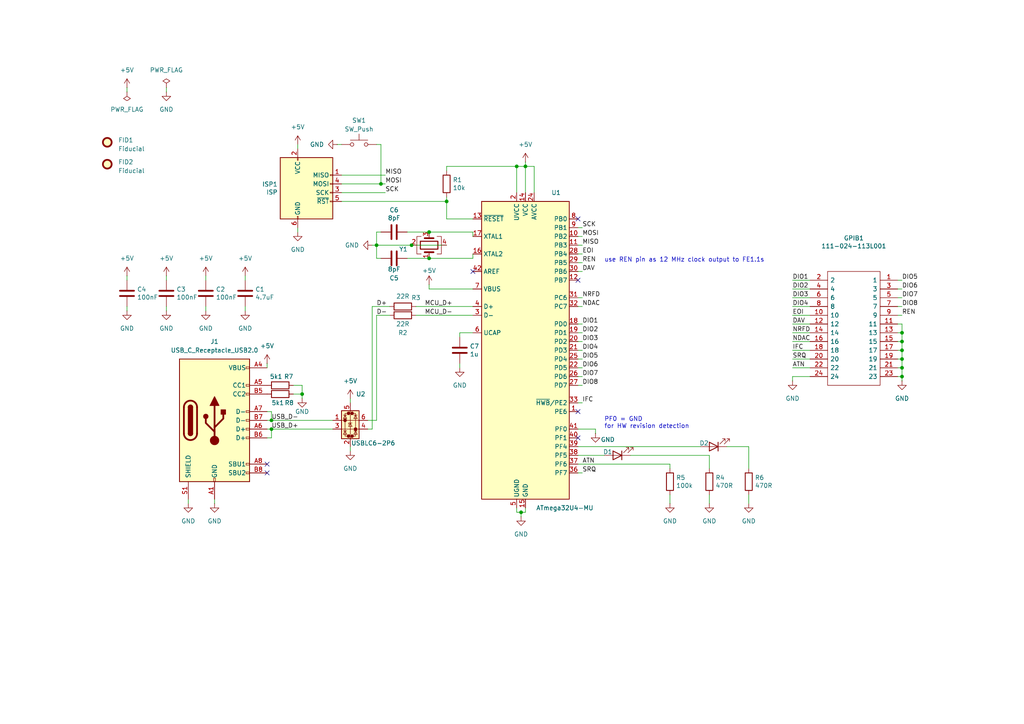
<source format=kicad_sch>
(kicad_sch (version 20250114) (generator "eeschema") (generator_version "9.0")
  (paper "A4")
  (title_block (title "UsbGpib") (date "2025-05-09") (rev "2.1") (company "xyphro"))
  (lib_symbols
    (symbol "+5V_1" (power) (pin_numbers (hide yes)) (pin_names (offset 0) (hide yes))
      (property "Value" "+5V" (at 0 3.556 0))
      (symbol "+5V_1_0_1"
        (polyline (pts (xy -0.762 1.27) (xy 0 2.54)))
        (polyline (pts (xy 0 2.54) (xy 0.762 1.27)))
        (polyline (pts (xy 0 0) (xy 0 2.54)))
      )
      (symbol "+5V_1_1_1"
        (pin power_in line (at 0 0 90) (length 0) (name "~") (number "1"))
      )
    )
    (symbol "Connector:AVR-ISP-6" (pin_names (offset 1.016))
      (property "Reference" "J" (at -6.35 11.43 0))
      (property "Value" "AVR-ISP-6" (at 0 11.43 0))
      (symbol "AVR-ISP-6_0_1"
        (rectangle (start -2.667 10.16) (end -2.413 9.398))
        (rectangle (start -2.667 -6.858) (end -2.413 -7.62))
        (rectangle (start 7.62 10.16) (end -7.62 -7.62) (stroke (width 0.254)) (fill (type background)))
        (rectangle (start 7.62 5.207) (end 6.858 4.953))
        (rectangle (start 7.62 2.667) (end 6.858 2.413))
        (rectangle (start 7.62 0.127) (end 6.858 -0.127))
        (rectangle (start 7.62 -2.413) (end 6.858 -2.667))
      )
      (symbol "AVR-ISP-6_1_1"
        (pin passive line (at -2.54 12.7 270) (length 2.54) (name "VCC") (number "2"))
        (pin passive line (at -2.54 -10.16 90) (length 2.54) (name "GND") (number "6"))
        (pin passive line (at 10.16 5.08 180) (length 2.54) (name "MISO") (number "1"))
        (pin passive line (at 10.16 2.54 180) (length 2.54) (name "MOSI") (number "4"))
        (pin passive line (at 10.16 0 180) (length 2.54) (name "SCK") (number "3"))
        (pin passive line (at 10.16 -2.54 180) (length 2.54) (name "~{RST}") (number "5"))
      )
    )
    (symbol "Connector:USB_C_Receptacle_USB2.0_16P" (pin_names (offset 1.016))
      (property "Reference" "J" (at 0 22.225 0))
      (property "Value" "USB_C_Receptacle_USB2.0_16P" (at 0 19.685 0))
      (symbol "USB_C_Receptacle_USB2.0_16P_0_0"
        (rectangle (start -0.254 -17.78) (end 0.254 -16.764))
        (rectangle (start 10.16 15.494) (end 9.144 14.986))
        (rectangle (start 10.16 10.414) (end 9.144 9.906))
        (rectangle (start 10.16 7.874) (end 9.144 7.366))
        (rectangle (start 10.16 2.794) (end 9.144 2.286))
        (rectangle (start 10.16 0.254) (end 9.144 -0.254))
        (rectangle (start 10.16 -2.286) (end 9.144 -2.794))
        (rectangle (start 10.16 -4.826) (end 9.144 -5.334))
        (rectangle (start 10.16 -12.446) (end 9.144 -12.954))
        (rectangle (start 10.16 -14.986) (end 9.144 -15.494))
      )
      (symbol "USB_C_Receptacle_USB2.0_16P_0_1"
        (rectangle (start -10.16 17.78) (end 10.16 -17.78) (stroke (width 0.254)) (fill (type background)))
        (polyline (pts (xy -8.89 -3.81) (xy -8.89 3.81)) (stroke (width 0.508)))
        (rectangle (start -7.62 -3.81) (end -6.35 3.81) (stroke (width 0.254)) (fill (type outline)))
        (arc (start -7.62 3.81) (mid -6.985 4.4423) (end -6.35 3.81) (stroke (width 0.254)))
        (arc (start -7.62 3.81) (mid -6.985 4.4423) (end -6.35 3.81) (stroke (width 0.254)) (fill (type outline)))
        (arc (start -8.89 3.81) (mid -6.985 5.7067) (end -5.08 3.81) (stroke (width 0.508)))
        (arc (start -5.08 -3.81) (mid -6.985 -5.7067) (end -8.89 -3.81) (stroke (width 0.508)))
        (arc (start -6.35 -3.81) (mid -6.985 -4.4423) (end -7.62 -3.81) (stroke (width 0.254)))
        (arc (start -6.35 -3.81) (mid -6.985 -4.4423) (end -7.62 -3.81) (stroke (width 0.254)) (fill (type outline)))
        (polyline (pts (xy -5.08 3.81) (xy -5.08 -3.81)) (stroke (width 0.508)))
        (circle (center -2.54 1.143) (radius 0.635) (stroke (width 0.254)) (fill (type outline)))
        (polyline (pts (xy -1.27 4.318) (xy 0 6.858) (xy 1.27 4.318) (xy -1.27 4.318)) (stroke (width 0.254)) (fill (type outline)))
        (polyline (pts (xy 0 -2.032) (xy 2.54 0.508) (xy 2.54 1.778)) (stroke (width 0.508)))
        (polyline (pts (xy 0 -3.302) (xy -2.54 -0.762) (xy -2.54 0.508)) (stroke (width 0.508)))
        (polyline (pts (xy 0 -5.842) (xy 0 4.318)) (stroke (width 0.508)))
        (circle (center 0 -5.842) (radius 1.27) (fill (type outline)))
        (rectangle (start 1.905 1.778) (end 3.175 3.048) (stroke (width 0.254)) (fill (type outline)))
      )
      (symbol "USB_C_Receptacle_USB2.0_16P_1_1"
        (pin passive line (at -7.62 -22.86 90) (length 5.08) (name "SHIELD") (number "S1"))
        (pin passive line (at 0 -22.86 90) (length 5.08) (name "GND") (number "A1"))
        (pin passive line (at 0 -22.86 90) (length 5.08) (hide yes) (name "GND") (number "A12"))
        (pin passive line (at 0 -22.86 90) (length 5.08) (hide yes) (name "GND") (number "B1"))
        (pin passive line (at 0 -22.86 90) (length 5.08) (hide yes) (name "GND") (number "B12"))
        (pin passive line (at 15.24 15.24 180) (length 5.08) (name "VBUS") (number "A4"))
        (pin passive line (at 15.24 15.24 180) (length 5.08) (hide yes) (name "VBUS") (number "A9"))
        (pin passive line (at 15.24 15.24 180) (length 5.08) (hide yes) (name "VBUS") (number "B4"))
        (pin passive line (at 15.24 15.24 180) (length 5.08) (hide yes) (name "VBUS") (number "B9"))
        (pin bidirectional line (at 15.24 10.16 180) (length 5.08) (name "CC1") (number "A5"))
        (pin bidirectional line (at 15.24 7.62 180) (length 5.08) (name "CC2") (number "B5"))
        (pin bidirectional line (at 15.24 2.54 180) (length 5.08) (name "D-") (number "A7"))
        (pin bidirectional line (at 15.24 0 180) (length 5.08) (name "D-") (number "B7"))
        (pin bidirectional line (at 15.24 -2.54 180) (length 5.08) (name "D+") (number "A6"))
        (pin bidirectional line (at 15.24 -5.08 180) (length 5.08) (name "D+") (number "B6"))
        (pin bidirectional line (at 15.24 -12.7 180) (length 5.08) (name "SBU1") (number "A8"))
        (pin bidirectional line (at 15.24 -15.24 180) (length 5.08) (name "SBU2") (number "B8"))
      )
    )
    (symbol "Device:C" (pin_numbers (hide yes)) (pin_names (offset 0.254))
      (property "Reference" "C" (at 0.635 2.54 0))
      (property "Value" "C" (at 0.635 -2.54 0))
      (symbol "C_0_1"
        (polyline (pts (xy -2.032 0.762) (xy 2.032 0.762)) (stroke (width 0.508)))
        (polyline (pts (xy -2.032 -0.762) (xy 2.032 -0.762)) (stroke (width 0.508)))
      )
      (symbol "C_1_1"
        (pin passive line (at 0 3.81 270) (length 2.794) (name "~") (number "1"))
        (pin passive line (at 0 -3.81 90) (length 2.794) (name "~") (number "2"))
      )
    )
    (symbol "Device:Crystal_GND24" (pin_names (offset 1.016) (hide yes))
      (property "Reference" "Y" (at 3.175 5.08 0))
      (property "Value" "Crystal_GND24" (at 3.175 3.175 0))
      (symbol "Crystal_GND24_0_1"
        (polyline (pts (xy -2.54 2.286) (xy -2.54 3.556) (xy 2.54 3.556) (xy 2.54 2.286)))
        (polyline (pts (xy -2.54 0) (xy -2.032 0)))
        (polyline (pts (xy -2.54 -2.286) (xy -2.54 -3.556) (xy 2.54 -3.556) (xy 2.54 -2.286)))
        (polyline (pts (xy -2.032 -1.27) (xy -2.032 1.27)) (stroke (width 0.508)))
        (rectangle (start -1.143 2.54) (end 1.143 -2.54) (stroke (width 0.3048)))
        (polyline (pts (xy 0 3.556) (xy 0 3.81)))
        (polyline (pts (xy 0 -3.81) (xy 0 -3.556)))
        (polyline (pts (xy 2.032 0) (xy 2.54 0)))
        (polyline (pts (xy 2.032 -1.27) (xy 2.032 1.27)) (stroke (width 0.508)))
      )
      (symbol "Crystal_GND24_1_1"
        (pin passive line (at -3.81 0 0) (length 1.27) (name "1") (number "1"))
        (pin passive line (at 0 5.08 270) (length 1.27) (name "2") (number "2"))
        (pin passive line (at 0 -5.08 90) (length 1.27) (name "4") (number "4"))
        (pin passive line (at 3.81 0 180) (length 1.27) (name "3") (number "3"))
      )
    )
    (symbol "Device:LED" (pin_numbers (hide yes)) (pin_names (offset 1.016) (hide yes))
      (property "Reference" "D" (at 0 2.54 0))
      (property "Value" "LED" (at 0 -2.54 0))
      (symbol "LED_0_1"
        (polyline (pts (xy -3.048 -0.762) (xy -4.572 -2.286) (xy -3.81 -2.286) (xy -4.572 -2.286) (xy -4.572 -1.524)))
        (polyline (pts (xy -1.778 -0.762) (xy -3.302 -2.286) (xy -2.54 -2.286) (xy -3.302 -2.286) (xy -3.302 -1.524)))
        (polyline (pts (xy -1.27 0) (xy 1.27 0)))
        (polyline (pts (xy -1.27 -1.27) (xy -1.27 1.27)) (stroke (width 0.254)))
        (polyline (pts (xy 1.27 -1.27) (xy 1.27 1.27) (xy -1.27 0) (xy 1.27 -1.27)) (stroke (width 0.254)))
      )
      (symbol "LED_1_1"
        (pin passive line (at -3.81 0 0) (length 2.54) (name "K") (number "1"))
        (pin passive line (at 3.81 0 180) (length 2.54) (name "A") (number "2"))
      )
    )
    (symbol "Device:R" (pin_numbers (hide yes)) (pin_names (offset 0))
      (property "Reference" "R" (at 2.032 0 90))
      (property "Value" "R" (at 0 0 90))
      (symbol "R_0_1"
        (rectangle (start -1.016 -2.54) (end 1.016 2.54) (stroke (width 0.254)))
      )
      (symbol "R_1_1"
        (pin passive line (at 0 3.81 270) (length 1.27) (name "~") (number "1"))
        (pin passive line (at 0 -3.81 90) (length 1.27) (name "~") (number "2"))
      )
    )
    (symbol "GND_17" (power) (pin_numbers (hide yes)) (pin_names (offset 0) (hide yes))
      (property "Value" "GND" (at 0 -3.81 0))
      (symbol "GND_17_0_1"
        (polyline (pts (xy 0 0) (xy 0 -1.27) (xy 1.27 -1.27) (xy 0 -2.54) (xy -1.27 -1.27) (xy 0 -1.27)))
      )
      (symbol "GND_17_1_1"
        (pin power_in line (at 0 0 270) (length 0) (name "~") (number "1"))
      )
    )
    (symbol "LED_1" (pin_numbers (hide yes)) (pin_names (offset 1.016) (hide yes))
      (property "Reference" "D" (at 0 2.54 0))
      (property "Value" "LED" (at 0 -2.54 0))
      (symbol "LED_1_0_1"
        (polyline (pts (xy -3.048 -0.762) (xy -4.572 -2.286) (xy -3.81 -2.286) (xy -4.572 -2.286) (xy -4.572 -1.524)))
        (polyline (pts (xy -1.778 -0.762) (xy -3.302 -2.286) (xy -2.54 -2.286) (xy -3.302 -2.286) (xy -3.302 -1.524)))
        (polyline (pts (xy -1.27 0) (xy 1.27 0)))
        (polyline (pts (xy -1.27 -1.27) (xy -1.27 1.27)) (stroke (width 0.254)))
        (polyline (pts (xy 1.27 -1.27) (xy 1.27 1.27) (xy -1.27 0) (xy 1.27 -1.27)) (stroke (width 0.254)))
      )
      (symbol "LED_1_1_1"
        (pin passive line (at -3.81 0 0) (length 2.54) (name "K") (number "1"))
        (pin passive line (at 3.81 0 180) (length 2.54) (name "A") (number "2"))
      )
    )
    (symbol "MCU_Microchip_ATmega:ATmega32U4-M"
      (property "Reference" "U" (at -12.7 44.45 0))
      (property "Value" "ATmega32U4-M" (at 2.54 -44.45 0))
      (symbol "ATmega32U4-M_0_1"
        (rectangle (start -12.7 -43.18) (end 12.7 43.18) (stroke (width 0.254)) (fill (type background)))
      )
      (symbol "ATmega32U4-M_1_1"
        (pin input line (at -15.24 38.1 0) (length 2.54) (name "~{RESET}") (number "13"))
        (pin input line (at -15.24 33.02 0) (length 2.54) (name "XTAL1") (number "17"))
        (pin output line (at -15.24 27.94 0) (length 2.54) (name "XTAL2") (number "16"))
        (pin passive line (at -15.24 22.86 0) (length 2.54) (name "AREF") (number "42"))
        (pin input line (at -15.24 17.78 0) (length 2.54) (name "VBUS") (number "7"))
        (pin bidirectional line (at -15.24 12.7 0) (length 2.54) (name "D+") (number "4"))
        (pin bidirectional line (at -15.24 10.16 0) (length 2.54) (name "D-") (number "3"))
        (pin passive line (at -15.24 5.08 0) (length 2.54) (name "UCAP") (number "6"))
        (pin power_in line (at -2.54 45.72 270) (length 2.54) (name "UVCC") (number "2"))
        (pin passive line (at -2.54 -45.72 90) (length 2.54) (name "UGND") (number "5"))
        (pin power_in line (at 0 45.72 270) (length 2.54) (name "VCC") (number "14"))
        (pin passive line (at 0 45.72 270) (length 2.54) (hide yes) (name "VCC") (number "34"))
        (pin power_in line (at 0 -45.72 90) (length 2.54) (name "GND") (number "15"))
        (pin passive line (at 0 -45.72 90) (length 2.54) (hide yes) (name "GND") (number "23"))
        (pin passive line (at 0 -45.72 90) (length 2.54) (hide yes) (name "GND") (number "35"))
        (pin passive line (at 0 -45.72 90) (length 2.54) (hide yes) (name "GND") (number "43"))
        (pin passive line (at 0 -45.72 90) (length 2.54) (hide yes) (name "GND") (number "45"))
        (pin power_in line (at 2.54 45.72 270) (length 2.54) (name "AVCC") (number "24"))
        (pin passive line (at 2.54 45.72 270) (length 2.54) (hide yes) (name "AVCC") (number "44"))
        (pin bidirectional line (at 15.24 38.1 180) (length 2.54) (name "PB0") (number "8"))
        (pin bidirectional line (at 15.24 35.56 180) (length 2.54) (name "PB1") (number "9"))
        (pin bidirectional line (at 15.24 33.02 180) (length 2.54) (name "PB2") (number "10"))
        (pin bidirectional line (at 15.24 30.48 180) (length 2.54) (name "PB3") (number "11"))
        (pin bidirectional line (at 15.24 27.94 180) (length 2.54) (name "PB4") (number "28"))
        (pin bidirectional line (at 15.24 25.4 180) (length 2.54) (name "PB5") (number "29"))
        (pin bidirectional line (at 15.24 22.86 180) (length 2.54) (name "PB6") (number "30"))
        (pin bidirectional line (at 15.24 20.32 180) (length 2.54) (name "PB7") (number "12"))
        (pin bidirectional line (at 15.24 15.24 180) (length 2.54) (name "PC6") (number "31"))
        (pin bidirectional line (at 15.24 12.7 180) (length 2.54) (name "PC7") (number "32"))
        (pin bidirectional line (at 15.24 7.62 180) (length 2.54) (name "PD0") (number "18"))
        (pin bidirectional line (at 15.24 5.08 180) (length 2.54) (name "PD1") (number "19"))
        (pin bidirectional line (at 15.24 2.54 180) (length 2.54) (name "PD2") (number "20"))
        (pin bidirectional line (at 15.24 0 180) (length 2.54) (name "PD3") (number "21"))
        (pin bidirectional line (at 15.24 -2.54 180) (length 2.54) (name "PD4") (number "25"))
        (pin bidirectional line (at 15.24 -5.08 180) (length 2.54) (name "PD5") (number "22"))
        (pin bidirectional line (at 15.24 -7.62 180) (length 2.54) (name "PD6") (number "26"))
        (pin bidirectional line (at 15.24 -10.16 180) (length 2.54) (name "PD7") (number "27"))
        (pin bidirectional line (at 15.24 -15.24 180) (length 2.54) (name "~{HWB}/PE2") (number "33"))
        (pin bidirectional line (at 15.24 -17.78 180) (length 2.54) (name "PE6") (number "1"))
        (pin bidirectional line (at 15.24 -22.86 180) (length 2.54) (name "PF0") (number "41"))
        (pin bidirectional line (at 15.24 -25.4 180) (length 2.54) (name "PF1") (number "40"))
        (pin bidirectional line (at 15.24 -27.94 180) (length 2.54) (name "PF4") (number "39"))
        (pin bidirectional line (at 15.24 -30.48 180) (length 2.54) (name "PF5") (number "38"))
        (pin bidirectional line (at 15.24 -33.02 180) (length 2.54) (name "PF6") (number "37"))
        (pin bidirectional line (at 15.24 -35.56 180) (length 2.54) (name "PF7") (number "36"))
      )
    )
    (symbol "Mechanical:Fiducial"
      (property "Reference" "FID" (at 0 5.08 0))
      (property "Value" "Fiducial" (at 0 3.175 0))
      (symbol "Fiducial_0_1"
        (circle (center 0 0) (radius 1.27) (stroke (width 0.508)) (fill (type background)))
      )
    )
    (symbol "Power_Protection:USBLC6-2P6" (pin_names (hide yes))
      (property "Reference" "U" (at 0.635 5.715 0))
      (property "Value" "USBLC6-2P6" (at 0.635 3.81 0))
      (symbol "USBLC6-2P6_0_0"
        (circle (center -1.524 0) (radius 0.0001) (stroke (width 0.508)))
        (circle (center -0.508 2.032) (radius 0.0001) (stroke (width 0.508)))
        (circle (center -0.508 -4.572) (radius 0.0001) (stroke (width 0.508)))
        (circle (center 0.508 2.032) (radius 0.0001) (stroke (width 0.508)))
        (circle (center 0.508 -4.572) (radius 0.0001) (stroke (width 0.508)))
        (circle (center 1.524 -2.54) (radius 0.0001) (stroke (width 0.508)))
      )
      (symbol "USBLC6-2P6_0_1"
        (polyline (pts (xy -2.54 0) (xy 2.54 0)))
        (polyline (pts (xy -2.54 -2.54) (xy 2.54 -2.54)))
        (polyline (pts (xy -2.032 0.508) (xy -1.016 0.508) (xy -1.524 1.524) (xy -2.032 0.508)))
        (polyline (pts (xy -2.032 -3.048) (xy -1.016 -3.048)))
        (polyline (pts (xy -1.016 1.524) (xy -2.032 1.524)))
        (polyline (pts (xy -1.016 -4.064) (xy -2.032 -4.064) (xy -1.524 -3.048) (xy -1.016 -4.064)))
        (polyline (pts (xy -0.508 -1.143) (xy -0.508 -0.762) (xy 0.508 -0.762)))
        (polyline (pts (xy 0 2.54) (xy -0.508 2.032) (xy 0.508 2.032) (xy 0 1.524) (xy 0 -4.064) (xy -0.508 -4.572) (xy 0.508 -4.572) (xy 0 -5.08)))
        (polyline (pts (xy 0.508 -1.778) (xy -0.508 -1.778) (xy 0 -0.762) (xy 0.508 -1.778)))
        (polyline (pts (xy 1.016 1.524) (xy 2.032 1.524)))
        (polyline (pts (xy 1.016 -3.048) (xy 2.032 -3.048)))
        (polyline (pts (xy 2.032 0.508) (xy 1.016 0.508) (xy 1.524 1.524) (xy 2.032 0.508)))
        (polyline (pts (xy 2.032 -4.064) (xy 1.016 -4.064) (xy 1.524 -3.048) (xy 2.032 -4.064)))
      )
      (symbol "USBLC6-2P6_1_1"
        (rectangle (start -2.54 2.794) (end 2.54 -5.334) (stroke (width 0.254)) (fill (type background)))
        (polyline (pts (xy -0.508 2.032) (xy -1.524 2.032) (xy -1.524 -4.572) (xy -0.508 -4.572)))
        (polyline (pts (xy 0.508 -4.572) (xy 1.524 -4.572) (xy 1.524 2.032) (xy 0.508 2.032)))
        (pin passive line (at -5.08 0 0) (length 2.54) (name "I/O1") (number "1"))
        (pin passive line (at -5.08 -2.54 0) (length 2.54) (name "I/O2") (number "3"))
        (pin passive line (at 0 5.08 270) (length 2.54) (name "VBUS") (number "5"))
        (pin passive line (at 0 -7.62 90) (length 2.54) (name "GND") (number "2"))
        (pin passive line (at 5.08 0 180) (length 2.54) (name "I/O1") (number "6"))
        (pin passive line (at 5.08 -2.54 180) (length 2.54) (name "I/O2") (number "4"))
      )
    )
    (symbol "Switch:SW_Push" (pin_numbers (hide yes)) (pin_names (offset 1.016) (hide yes))
      (property "Reference" "SW" (at 1.27 2.54 0))
      (property "Value" "SW_Push" (at 0 -1.524 0))
      (symbol "SW_Push_0_1"
        (circle (center -2.032 0) (radius 0.508))
        (polyline (pts (xy 0 1.27) (xy 0 3.048)))
        (circle (center 2.032 0) (radius 0.508))
        (polyline (pts (xy 2.54 1.27) (xy -2.54 1.27)))
        (pin passive line (at -5.08 0 0) (length 2.54) (name "1") (number "1"))
        (pin passive line (at 5.08 0 180) (length 2.54) (name "2") (number "2"))
      )
    )
    (symbol "power:PWR_FLAG" (power) (pin_numbers (hide yes)) (pin_names (offset 0) (hide yes))
      (property "Value" "PWR_FLAG" (at 0 3.81 0))
      (symbol "PWR_FLAG_0_0"
        (pin power_out line (at 0 0 90) (length 0) (name "~") (number "1"))
      )
      (symbol "PWR_FLAG_0_1"
        (polyline (pts (xy 0 0) (xy 0 1.27) (xy -1.016 1.905) (xy 0 2.54) (xy 1.016 1.905) (xy 0 1.27)))
      )
    )
    (symbol "usbgpib-symbols:GPIB" (pin_names (offset 0.762))
      (property "Reference" "GPIB1" (at 0.2286 0 90))
      (symbol "GPIB_0_0"
        (pin passive line (at 7.62 12.7 270) (length 5.08) (name "2") (number "2"))
        (pin passive line (at 7.62 -12.7 90) (length 5.08) (name "1") (number "1"))
        (pin passive line (at 10.16 12.7 270) (length 5.08) (name "4") (number "4"))
        (pin passive line (at 10.16 -12.7 90) (length 5.08) (name "3") (number "3"))
        (pin passive line (at 12.7 12.7 270) (length 5.08) (name "6") (number "6"))
        (pin passive line (at 12.7 -12.7 90) (length 5.08) (name "5") (number "5"))
        (pin passive line (at 15.24 12.7 270) (length 5.08) (name "8") (number "8"))
        (pin passive line (at 15.24 -12.7 90) (length 5.08) (name "7") (number "7"))
        (pin passive line (at 17.78 12.7 270) (length 5.08) (name "10") (number "10"))
        (pin passive line (at 17.78 -12.7 90) (length 5.08) (name "9") (number "9"))
        (pin passive line (at 20.32 12.7 270) (length 5.08) (name "12") (number "12"))
        (pin passive line (at 20.32 -12.7 90) (length 5.08) (name "11") (number "11"))
        (pin passive line (at 22.86 12.7 270) (length 5.08) (name "14") (number "14"))
        (pin passive line (at 22.86 -12.7 90) (length 5.08) (name "13") (number "13"))
        (pin passive line (at 25.4 12.7 270) (length 5.08) (name "16") (number "16"))
        (pin passive line (at 25.4 -12.7 90) (length 5.08) (name "15") (number "15"))
        (pin passive line (at 27.94 12.7 270) (length 5.08) (name "18") (number "18"))
        (pin passive line (at 27.94 -12.7 90) (length 5.08) (name "17") (number "17"))
        (pin passive line (at 30.48 12.7 270) (length 5.08) (name "20") (number "20"))
        (pin passive line (at 30.48 -12.7 90) (length 5.08) (name "19") (number "19"))
        (pin passive line (at 33.02 12.7 270) (length 5.08) (name "22") (number "22"))
        (pin passive line (at 33.02 -12.7 90) (length 5.08) (name "21") (number "21"))
        (pin passive line (at 35.56 12.7 270) (length 5.08) (name "24") (number "24"))
        (pin passive line (at 35.56 -12.7 90) (length 5.08) (name "23") (number "23"))
      )
      (symbol "GPIB_0_1"
        (polyline (pts (xy 5.08 7.62) (xy 38.1 7.62) (xy 38.1 -7.62) (xy 5.08 -7.62) (xy 5.08 7.62)) (stroke (width 0.1524)))
      )
    )
  )
  (text "PF0 = GND\nfor HW revision detection" (at 175.26 124.46 0) (effects (font (size 1.27 1.27)) (justify left bottom)))
  (text "use REN pin as 12 MHz clock output to FE1.1s" (at 175.26 76.2 0) (effects (font (size 1.27 1.27)) (justify left bottom)))
  (junction (at 129.54 58.42))
  (junction (at 109.22 71.12))
  (junction (at 152.4 48.26))
  (junction (at 124.46 74.93))
  (junction (at 261.62 96.52))
  (junction (at 110.49 53.34))
  (junction (at 87.63 114.3))
  (junction (at 78.74 121.92))
  (junction (at 119.38 71.12))
  (junction (at 151.13 148.59))
  (junction (at 261.62 99.06))
  (junction (at 149.86 48.26))
  (junction (at 261.62 106.68))
  (junction (at 124.46 67.31))
  (junction (at 261.62 109.22))
  (junction (at 261.62 101.6))
  (junction (at 261.62 104.14))
  (junction (at 78.74 124.46))
  (no_connect (at 77.47 134.62))
  (no_connect (at 167.64 81.28))
  (no_connect (at 137.16 78.74))
  (no_connect (at 167.64 127))
  (no_connect (at 167.64 63.5))
  (no_connect (at 77.47 137.16))
  (no_connect (at 167.64 119.38))
  (wire (pts (xy 261.62 109.22) (xy 261.62 110.49)))
  (wire (pts (xy 97.79 41.91) (xy 99.06 41.91)))
  (wire (pts (xy 85.09 111.76) (xy 87.63 111.76)))
  (wire (pts (xy 152.4 148.59) (xy 151.13 148.59)))
  (wire (pts (xy 167.64 86.36) (xy 168.91 86.36)))
  (wire (pts (xy 78.74 119.38) (xy 78.74 121.92)))
  (wire (pts (xy 261.62 101.6) (xy 261.62 104.14)))
  (wire (pts (xy 152.4 48.26) (xy 154.94 48.26)))
  (wire (pts (xy 260.35 106.68) (xy 261.62 106.68)))
  (wire (pts (xy 167.64 116.84) (xy 168.91 116.84)))
  (wire (pts (xy 129.54 57.15) (xy 129.54 58.42)))
  (wire (pts (xy 96.52 121.92) (xy 78.74 121.92)))
  (wire (pts (xy 96.52 124.46) (xy 78.74 124.46)))
  (wire (pts (xy 99.06 55.88) (xy 111.76 55.88)))
  (wire (pts (xy 260.35 86.36) (xy 261.62 86.36)))
  (wire (pts (xy 229.87 109.22) (xy 234.95 109.22)))
  (wire (pts (xy 260.35 93.98) (xy 261.62 93.98)))
  (wire (pts (xy 124.46 83.82) (xy 124.46 82.55)))
  (wire (pts (xy 167.64 106.68) (xy 168.91 106.68)))
  (wire (pts (xy 167.64 88.9) (xy 168.91 88.9)))
  (wire (pts (xy 71.12 80.01) (xy 71.12 81.28)))
  (wire (pts (xy 194.31 134.62) (xy 194.31 135.89)))
  (wire (pts (xy 133.35 96.52) (xy 133.35 97.79)))
  (wire (pts (xy 78.74 119.38) (xy 77.47 119.38)))
  (wire (pts (xy 229.87 91.44) (xy 234.95 91.44)))
  (wire (pts (xy 261.62 106.68) (xy 261.62 109.22)))
  (wire (pts (xy 151.13 148.59) (xy 151.13 149.86)))
  (wire (pts (xy 167.64 104.14) (xy 168.91 104.14)))
  (wire (pts (xy 107.95 88.9) (xy 113.03 88.9)))
  (wire (pts (xy 124.46 74.93) (xy 137.16 74.93)))
  (wire (pts (xy 59.69 80.01) (xy 59.69 81.28)))
  (wire (pts (xy 129.54 58.42) (xy 129.54 63.5)))
  (wire (pts (xy 167.64 134.62) (xy 194.31 134.62)))
  (wire (pts (xy 109.22 71.12) (xy 119.38 71.12)))
  (wire (pts (xy 261.62 96.52) (xy 261.62 99.06)))
  (wire (pts (xy 205.74 143.51) (xy 205.74 146.05)))
  (wire (pts (xy 167.64 137.16) (xy 168.91 137.16)))
  (wire (pts (xy 167.64 132.08) (xy 175.26 132.08)))
  (wire (pts (xy 229.87 106.68) (xy 234.95 106.68)))
  (wire (pts (xy 260.35 96.52) (xy 261.62 96.52)))
  (wire (pts (xy 133.35 106.68) (xy 133.35 105.41)))
  (wire (pts (xy 107.95 88.9) (xy 107.95 124.46)))
  (wire (pts (xy 260.35 88.9) (xy 261.62 88.9)))
  (wire (pts (xy 229.87 109.22) (xy 229.87 110.49)))
  (wire (pts (xy 229.87 86.36) (xy 234.95 86.36)))
  (wire (pts (xy 101.6 115.57) (xy 101.6 116.84)))
  (wire (pts (xy 167.64 93.98) (xy 168.91 93.98)))
  (wire (pts (xy 109.22 91.44) (xy 109.22 121.92)))
  (wire (pts (xy 71.12 90.17) (xy 71.12 88.9)))
  (wire (pts (xy 54.61 146.05) (xy 54.61 144.78)))
  (wire (pts (xy 86.36 41.91) (xy 86.36 43.18)))
  (wire (pts (xy 229.87 99.06) (xy 234.95 99.06)))
  (wire (pts (xy 137.16 74.93) (xy 137.16 73.66)))
  (wire (pts (xy 59.69 90.17) (xy 59.69 88.9)))
  (wire (pts (xy 85.09 114.3) (xy 87.63 114.3)))
  (wire (pts (xy 86.36 67.31) (xy 86.36 66.04)))
  (wire (pts (xy 261.62 99.06) (xy 261.62 101.6)))
  (wire (pts (xy 229.87 93.98) (xy 234.95 93.98)))
  (wire (pts (xy 118.11 67.31) (xy 124.46 67.31)))
  (wire (pts (xy 167.64 73.66) (xy 168.91 73.66)))
  (wire (pts (xy 137.16 83.82) (xy 124.46 83.82)))
  (wire (pts (xy 78.74 124.46) (xy 78.74 127)))
  (wire (pts (xy 109.22 121.92) (xy 106.68 121.92)))
  (wire (pts (xy 110.49 53.34) (xy 111.76 53.34)))
  (wire (pts (xy 129.54 63.5) (xy 137.16 63.5)))
  (wire (pts (xy 167.64 124.46) (xy 172.72 124.46)))
  (wire (pts (xy 48.26 25.4) (xy 48.26 26.67)))
  (wire (pts (xy 167.64 68.58) (xy 168.91 68.58)))
  (wire (pts (xy 109.22 74.93) (xy 110.49 74.93)))
  (wire (pts (xy 137.16 96.52) (xy 133.35 96.52)))
  (wire (pts (xy 260.35 83.82) (xy 261.62 83.82)))
  (wire (pts (xy 118.11 74.93) (xy 124.46 74.93)))
  (wire (pts (xy 172.72 124.46) (xy 172.72 125.73)))
  (wire (pts (xy 129.54 48.26) (xy 149.86 48.26)))
  (wire (pts (xy 99.06 50.8) (xy 111.76 50.8)))
  (wire (pts (xy 260.35 109.22) (xy 261.62 109.22)))
  (wire (pts (xy 120.65 91.44) (xy 137.16 91.44)))
  (wire (pts (xy 261.62 93.98) (xy 261.62 96.52)))
  (wire (pts (xy 107.95 71.12) (xy 109.22 71.12)))
  (wire (pts (xy 110.49 67.31) (xy 109.22 67.31)))
  (wire (pts (xy 167.64 78.74) (xy 168.91 78.74)))
  (wire (pts (xy 36.83 80.01) (xy 36.83 81.28)))
  (wire (pts (xy 260.35 81.28) (xy 261.62 81.28)))
  (wire (pts (xy 109.22 71.12) (xy 109.22 74.93)))
  (wire (pts (xy 260.35 104.14) (xy 261.62 104.14)))
  (wire (pts (xy 78.74 121.92) (xy 77.47 121.92)))
  (wire (pts (xy 154.94 48.26) (xy 154.94 55.88)))
  (wire (pts (xy 78.74 124.46) (xy 77.47 124.46)))
  (wire (pts (xy 260.35 101.6) (xy 261.62 101.6)))
  (wire (pts (xy 62.23 146.05) (xy 62.23 144.78)))
  (wire (pts (xy 182.88 132.08) (xy 205.74 132.08)))
  (wire (pts (xy 229.87 104.14) (xy 234.95 104.14)))
  (wire (pts (xy 129.54 49.53) (xy 129.54 48.26)))
  (wire (pts (xy 137.16 68.58) (xy 137.16 67.31)))
  (wire (pts (xy 149.86 48.26) (xy 149.86 55.88)))
  (wire (pts (xy 167.64 76.2) (xy 168.91 76.2)))
  (wire (pts (xy 229.87 81.28) (xy 234.95 81.28)))
  (wire (pts (xy 129.54 71.12) (xy 119.38 71.12)))
  (wire (pts (xy 87.63 111.76) (xy 87.63 114.3)))
  (wire (pts (xy 152.4 48.26) (xy 152.4 55.88)))
  (wire (pts (xy 152.4 46.99) (xy 152.4 48.26)))
  (wire (pts (xy 210.82 129.54) (xy 217.17 129.54)))
  (wire (pts (xy 217.17 129.54) (xy 217.17 135.89)))
  (wire (pts (xy 167.64 129.54) (xy 203.2 129.54)))
  (wire (pts (xy 109.22 67.31) (xy 109.22 71.12)))
  (wire (pts (xy 124.46 67.31) (xy 137.16 67.31)))
  (wire (pts (xy 167.64 99.06) (xy 168.91 99.06)))
  (wire (pts (xy 107.95 124.46) (xy 106.68 124.46)))
  (wire (pts (xy 101.6 130.81) (xy 101.6 129.54)))
  (wire (pts (xy 99.06 58.42) (xy 129.54 58.42)))
  (wire (pts (xy 260.35 99.06) (xy 261.62 99.06)))
  (wire (pts (xy 260.35 91.44) (xy 261.62 91.44)))
  (wire (pts (xy 167.64 111.76) (xy 168.91 111.76)))
  (wire (pts (xy 229.87 88.9) (xy 234.95 88.9)))
  (wire (pts (xy 110.49 41.91) (xy 109.22 41.91)))
  (wire (pts (xy 261.62 104.14) (xy 261.62 106.68)))
  (wire (pts (xy 229.87 83.82) (xy 234.95 83.82)))
  (wire (pts (xy 36.83 90.17) (xy 36.83 88.9)))
  (wire (pts (xy 110.49 41.91) (xy 110.49 53.34)))
  (wire (pts (xy 229.87 96.52) (xy 234.95 96.52)))
  (wire (pts (xy 167.64 109.22) (xy 168.91 109.22)))
  (wire (pts (xy 167.64 96.52) (xy 168.91 96.52)))
  (wire (pts (xy 36.83 25.4) (xy 36.83 26.67)))
  (wire (pts (xy 217.17 143.51) (xy 217.17 146.05)))
  (wire (pts (xy 167.64 66.04) (xy 168.91 66.04)))
  (wire (pts (xy 137.16 88.9) (xy 120.65 88.9)))
  (wire (pts (xy 167.64 71.12) (xy 168.91 71.12)))
  (wire (pts (xy 87.63 115.57) (xy 87.63 114.3)))
  (wire (pts (xy 167.64 101.6) (xy 168.91 101.6)))
  (wire (pts (xy 78.74 127) (xy 77.47 127)))
  (wire (pts (xy 205.74 132.08) (xy 205.74 135.89)))
  (wire (pts (xy 194.31 143.51) (xy 194.31 146.05)))
  (wire (pts (xy 152.4 148.59) (xy 152.4 147.32)))
  (wire (pts (xy 99.06 53.34) (xy 110.49 53.34)))
  (wire (pts (xy 149.86 48.26) (xy 152.4 48.26)))
  (wire (pts (xy 151.13 148.59) (xy 149.86 148.59)))
  (wire (pts (xy 113.03 91.44) (xy 109.22 91.44)))
  (wire (pts (xy 149.86 148.59) (xy 149.86 147.32)))
  (wire (pts (xy 77.47 105.41) (xy 77.47 106.68)))
  (wire (pts (xy 48.26 90.17) (xy 48.26 88.9)))
  (wire (pts (xy 229.87 101.6) (xy 234.95 101.6)))
  (wire (pts (xy 48.26 80.01) (xy 48.26 81.28)))
  (label "DIO3" (at 229.87 86.36 0))
  (label "USB_D-" (at 78.74 121.92 0) (property "Netclass" "USB" (effects (hide yes))))
  (label "D+" (at 109.22 88.9 0) (property "Netclass" "USB" (effects (hide yes))))
  (label "MCU_D+" (at 123.19 88.9 0) (property "Netclass" "USB" (effects (hide yes))))
  (label "MCU_D-" (at 123.19 91.44 0) (property "Netclass" "USB" (effects (hide yes))))
  (label "DAV" (at 168.91 78.74 0))
  (label "EOI" (at 229.87 91.44 0))
  (label "D-" (at 109.22 91.44 0) (property "Netclass" "USB" (effects (hide yes))))
  (label "NRFD" (at 229.87 96.52 0))
  (label "DIO8" (at 261.62 88.9 0))
  (label "DAV" (at 229.87 93.98 0))
  (label "NDAC" (at 229.87 99.06 0))
  (label "DIO6" (at 168.91 106.68 0))
  (label "MISO" (at 111.76 50.8 0))
  (label "DIO7" (at 261.62 86.36 0))
  (label "DIO5" (at 261.62 81.28 0))
  (label "SRQ" (at 229.87 104.14 0))
  (label "ATN" (at 168.91 134.62 0))
  (label "REN" (at 261.62 91.44 0))
  (label "SCK" (at 111.76 55.88 0))
  (label "USB_D+" (at 78.74 124.46 0) (property "Netclass" "USB" (effects (hide yes))))
  (label "IFC" (at 229.87 101.6 0))
  (label "NDAC" (at 168.91 88.9 0))
  (label "DIO5" (at 168.91 104.14 0))
  (label "ATN" (at 229.87 106.68 0))
  (label "DIO1" (at 229.87 81.28 0))
  (label "MOSI" (at 168.91 68.58 0))
  (label "EOI" (at 168.91 73.66 0))
  (label "DIO2" (at 168.91 96.52 0))
  (label "DIO6" (at 261.62 83.82 0))
  (label "DIO2" (at 229.87 83.82 0))
  (label "DIO4" (at 229.87 88.9 0))
  (label "SRQ" (at 168.91 137.16 0))
  (label "DIO3" (at 168.91 99.06 0))
  (label "DIO4" (at 168.91 101.6 0))
  (label "DIO8" (at 168.91 111.76 0))
  (label "MOSI" (at 111.76 53.34 0))
  (label "SCK" (at 168.91 66.04 0))
  (label "REN" (at 168.91 76.2 0))
  (label "DIO1" (at 168.91 93.98 0))
  (label "IFC" (at 168.91 116.84 0))
  (label "DIO7" (at 168.91 109.22 0))
  (label "MISO" (at 168.91 71.12 0))
  (label "NRFD" (at 168.91 86.36 0))
  (symbol (lib_id "usbgpib-symbols:GPIB") (at 247.65 73.66 90) (mirror x) (unit 1)
    (property "Reference" "GPIB1" (at 247.65 69.0626 90))
    (property "Value" "111-024-113L001" (at 247.65 71.374 90))
    (property "Footprint" "usbgpib-footprints:GPIB" (effects (hide yes)))
    (property "Datasheet" "https://de.aliexpress.com/item/1005005636771892.html?spm=a2g0o.productlist.main.1.6e3872e5tUudMA&algo_pvid=3c848d5c-bbef-4a4a-b8ad-041402717ac1&algo_exp_id=3c848d5c-bbef-4a4a-b8ad-041402717ac1-0&pdp_npi=4%40dis%21EUR%211.21%211.21%21%21%219.17%21%21%40211b801616979974338462951e1d1e%2112000033838675279%21sea%21DE%210%21AB&curPageLogUid=Fdxeh4JTGSVM" (effects (hide yes)))
    (property "Description" "I/O Connectors 24P Centronics male R/A dip solder" (effects (hide yes)))
    (property "Height" "15.85" (effects (hide yes)))
    (property "Manufacturer_Name" "NorComp" (effects (hide yes)))
    (property "Manufacturer_Part_Number" "112-024-113R001" (effects (hide yes)))
    (property "Mouser Part Number" "636-112-024-113R001" (effects (hide yes)))
    (property "Mouser Price/Stock" "https://www.mouser.co.uk/ProductDetail/NorComp/112-024-113R001?qs=IGgAdOvCTsSdej4q2f%2Fo5Q%3D%3D" (effects (hide yes)))
  )
  (symbol (lib_id "MCU_Microchip_ATmega:ATmega32U4-M") (at 152.4 101.6 0) (unit 1)
    (property "Reference" "U1" (at 161.29 55.88 0))
    (property "Value" "ATmega32U4-MU" (at 163.83 147.32 0))
    (property "Footprint" "Package_DFN_QFN:QFN-44-1EP_7x7mm_P0.5mm_EP5.2x5.2mm" (effects (hide yes)))
    (property "Datasheet" "http://ww1.microchip.com/downloads/en/DeviceDoc/Atmel-7766-8-bit-AVR-ATmega16U4-32U4_Datasheet.pdf" (effects (hide yes)))
    (property "Description" "16MHz, 32kB Flash, 2.5kB SRAM, 1kB EEPROM, USB 2.0, QFN-44" (effects (hide yes)))
  )
  (symbol (lib_id "Device:R") (at 194.31 139.7 0) (unit 1)
    (property "Reference" "R5" (at 196.088 138.5316 0) (effects (justify left)))
    (property "Value" "100k" (at 196.088 140.843 0) (effects (justify left)))
    (property "Footprint" "Resistor_SMD:R_0603_1608Metric" (effects (hide yes)))
  )
  (symbol (lib_id "Connector:AVR-ISP-6") (at 88.9 55.88 0) (unit 1)
    (property "Reference" "ISP1" (at 80.5434 53.4416 0) (effects (justify right)))
    (property "Value" "ISP" (at 80.5434 55.753 0) (effects (justify right)))
    (property "Footprint" "usbgpib-footprints:EdgeProg-ISP" (effects (hide yes)))
    (property "Description" "Atmel 6-pin ISP connector" (effects (hide yes)))
  )
  (symbol (lib_id "Device:R") (at 129.54 53.34 0) (unit 1)
    (property "Reference" "R1" (at 131.318 52.1716 0) (effects (justify left)))
    (property "Value" "10k" (at 131.318 54.483 0) (effects (justify left)))
    (property "Footprint" "Resistor_SMD:R_0603_1608Metric" (effects (hide yes)))
  )
  (symbol (lib_id "Device:R") (at 116.84 91.44 270) (unit 1)
    (property "Reference" "R2" (at 116.84 96.52 90))
    (property "Value" "22R" (at 116.84 93.98 90))
    (property "Footprint" "Resistor_SMD:R_0603_1608Metric" (effects (hide yes)))
  )
  (symbol (lib_id "Device:R") (at 116.84 88.9 270) (unit 1)
    (property "Reference" "R3" (at 120.65 86.36 90))
    (property "Value" "22R" (at 116.84 85.9536 90))
    (property "Footprint" "Resistor_SMD:R_0603_1608Metric" (effects (hide yes)))
  )
  (symbol (lib_id "Device:C") (at 133.35 101.6 0) (unit 1)
    (property "Reference" "C7" (at 136.271 100.4316 0) (effects (justify left)))
    (property "Value" "1u" (at 136.271 102.743 0) (effects (justify left)))
    (property "Footprint" "Capacitor_SMD:C_0603_1608Metric" (effects (hide yes)))
  )
  (symbol (lib_id "Device:R") (at 205.74 139.7 0) (unit 1)
    (property "Reference" "R4" (at 207.518 138.5316 0) (effects (justify left)))
    (property "Value" "470R" (at 207.518 140.843 0) (effects (justify left)))
    (property "Footprint" "Resistor_SMD:R_0603_1608Metric" (effects (hide yes)))
  )
  (symbol (lib_id "Device:C") (at 71.12 85.09 0) (unit 1)
    (property "Reference" "C1" (at 74.041 83.9216 0) (effects (justify left)))
    (property "Value" "4.7uF" (at 74.041 86.233 0) (effects (justify left)))
    (property "Footprint" "Capacitor_SMD:C_0805_2012Metric" (effects (hide yes)))
  )
  (symbol (lib_id "Device:C") (at 59.69 85.09 0) (unit 1)
    (property "Reference" "C2" (at 62.611 83.9216 0) (effects (justify left)))
    (property "Value" "100nF" (at 62.611 86.233 0) (effects (justify left)))
    (property "Footprint" "Capacitor_SMD:C_0603_1608Metric" (effects (hide yes)))
  )
  (symbol (lib_id "Device:C") (at 114.3 74.93 270) (unit 1)
    (property "Reference" "C5" (at 114.3 80.645 90))
    (property "Value" "8pF" (at 114.3 78.105 90))
    (property "Footprint" "Capacitor_SMD:C_0603_1608Metric" (effects (hide yes)))
  )
  (symbol (lib_id "Device:C") (at 114.3 67.31 270) (unit 1)
    (property "Reference" "C6" (at 114.3 60.9092 90))
    (property "Value" "8pF" (at 114.3 63.2206 90))
    (property "Footprint" "Capacitor_SMD:C_0603_1608Metric" (effects (hide yes)))
  )
  (symbol (lib_id "Device:Crystal_GND24") (at 124.46 71.12 90) (unit 1)
    (property "Reference" "Y1" (at 118.2624 72.2884 90) (effects (justify left)))
    (property "Value" "CX2016DB16000D0WZRC1" (effects (hide yes)))
    (property "Footprint" "Crystal:Crystal_SMD_2016-4Pin_2.0x1.6mm" (effects (hide yes)))
    (property "Feld4" "YSX211SL 16MHz" (effects (hide yes)))
  )
  (symbol (lib_id "Device:C") (at 48.26 85.09 0) (unit 1)
    (property "Reference" "C3" (at 51.181 83.9216 0) (effects (justify left)))
    (property "Value" "100nF" (at 51.181 86.233 0) (effects (justify left)))
    (property "Footprint" "Capacitor_SMD:C_0603_1608Metric" (effects (hide yes)))
  )
  (symbol (lib_id "Device:C") (at 36.83 85.09 0) (unit 1)
    (property "Reference" "C4" (at 39.751 83.9216 0) (effects (justify left)))
    (property "Value" "100nF" (at 39.751 86.233 0) (effects (justify left)))
    (property "Footprint" "Capacitor_SMD:C_0603_1608Metric" (effects (hide yes)))
  )
  (symbol (lib_name "GND_17") (lib_id "power:GND") (at 261.62 110.49 0) (unit 1)
    (property "Reference" "#PWR038" (effects (hide yes)))
    (property "Value" "GND" (at 261.62 115.57 0))
    (property "Description" "Power symbol creates a global label with name \"GND\" , ground" (effects (hide yes)))
  )
  (symbol (lib_id "Mechanical:Fiducial") (at 31.115 47.625 0) (unit 1)
    (property "Reference" "FID2" (at 34.29 46.99 0) (effects (justify left)))
    (property "Value" "Fiducial" (at 34.29 49.53 0) (effects (justify left)))
    (property "Footprint" "Fiducial:Fiducial_0.5mm_Mask1mm" (effects (hide yes)))
  )
  (symbol (lib_id "power:PWR_FLAG") (at 36.83 26.67 180) (unit 1)
    (property "Reference" "#FLG01" (effects (hide yes)))
    (property "Value" "PWR_FLAG" (at 36.83 31.75 0))
    (property "Description" "Special symbol for telling ERC where power comes from" (effects (hide yes)))
  )
  (symbol (lib_name "GND_17") (lib_id "power:GND") (at 107.95 71.12 270) (unit 1)
    (property "Reference" "#PWR030" (effects (hide yes)))
    (property "Value" "GND" (at 104.14 71.1199 90) (effects (justify right)))
    (property "Description" "Power symbol creates a global label with name \"GND\" , ground" (effects (hide yes)))
  )
  (symbol (lib_id "Device:LED") (at 207.01 129.54 180) (unit 1)
    (property "Reference" "D2" (at 204.216 128.524 0))
    (property "Value" "LED" (effects (hide yes)))
    (property "Footprint" "LED_SMD:LED_0805_2012Metric" (effects (hide yes)))
    (property "Description" "Light emitting diode" (effects (hide yes)))
    (property "Sim.Pins" "1=K 2=A" (effects (hide yes)))
  )
  (symbol (lib_name "GND_17") (lib_id "power:GND") (at 48.26 90.17 0) (unit 1)
    (property "Reference" "#PWR024" (effects (hide yes)))
    (property "Value" "GND" (at 48.26 95.25 0))
    (property "Description" "Power symbol creates a global label with name \"GND\" , ground" (effects (hide yes)))
  )
  (symbol (lib_name "+5V_1") (lib_id "power:+5V") (at 77.47 105.41 0) (unit 1)
    (property "Reference" "#PWR014" (effects (hide yes)))
    (property "Value" "+5V" (at 77.47 100.33 0))
    (property "Description" "Power symbol creates a global label with name \"+5V\"" (effects (hide yes)))
  )
  (symbol (lib_id "Device:R") (at 81.28 114.3 270) (unit 1)
    (property "Reference" "R8" (at 82.55 116.84 90) (effects (justify left)))
    (property "Value" "5k1" (at 78.74 116.84 90) (effects (justify left)))
    (property "Footprint" "Resistor_SMD:R_0603_1608Metric" (effects (hide yes)))
  )
  (symbol (lib_name "GND_17") (lib_id "power:GND") (at 172.72 125.73 0) (unit 1)
    (property "Reference" "#PWR032" (effects (hide yes)))
    (property "Value" "GND" (at 176.276 127.508 0))
    (property "Description" "Power symbol creates a global label with name \"GND\" , ground" (effects (hide yes)))
  )
  (symbol (lib_name "GND_17") (lib_id "power:GND") (at 151.13 149.86 0) (unit 1)
    (property "Reference" "#PWR033" (effects (hide yes)))
    (property "Value" "GND" (at 151.13 154.94 0))
    (property "Description" "Power symbol creates a global label with name \"GND\" , ground" (effects (hide yes)))
  )
  (symbol (lib_name "GND_17") (lib_id "power:GND") (at 86.36 67.31 0) (unit 1)
    (property "Reference" "#PWR029" (effects (hide yes)))
    (property "Value" "GND" (at 86.36 72.39 0))
    (property "Description" "Power symbol creates a global label with name \"GND\" , ground" (effects (hide yes)))
  )
  (symbol (lib_name "GND_17") (lib_id "power:GND") (at 54.61 146.05 0) (unit 1)
    (property "Reference" "#PWR012" (effects (hide yes)))
    (property "Value" "GND" (at 54.61 151.13 0))
    (property "Description" "Power symbol creates a global label with name \"GND\" , ground" (effects (hide yes)))
  )
  (symbol (lib_name "+5V_1") (lib_id "power:+5V") (at 48.26 80.01 0) (unit 1)
    (property "Reference" "#PWR019" (effects (hide yes)))
    (property "Value" "+5V" (at 48.26 74.93 0))
    (property "Description" "Power symbol creates a global label with name \"+5V\"" (effects (hide yes)))
  )
  (symbol (lib_name "GND_17") (lib_id "power:GND") (at 205.74 146.05 0) (unit 1)
    (property "Reference" "#PWR034" (effects (hide yes)))
    (property "Value" "GND" (at 205.74 151.13 0))
    (property "Description" "Power symbol creates a global label with name \"GND\" , ground" (effects (hide yes)))
  )
  (symbol (lib_name "GND_17") (lib_id "power:GND") (at 229.87 110.49 0) (unit 1)
    (property "Reference" "#PWR036" (effects (hide yes)))
    (property "Value" "GND" (at 229.87 115.57 0))
    (property "Description" "Power symbol creates a global label with name \"GND\" , ground" (effects (hide yes)))
  )
  (symbol (lib_name "GND_17") (lib_id "power:GND") (at 59.69 90.17 0) (unit 1)
    (property "Reference" "#PWR025" (effects (hide yes)))
    (property "Value" "GND" (at 59.69 95.25 0))
    (property "Description" "Power symbol creates a global label with name \"GND\" , ground" (effects (hide yes)))
  )
  (symbol (lib_name "GND_17") (lib_id "power:GND") (at 217.17 146.05 0) (unit 1)
    (property "Reference" "#PWR035" (effects (hide yes)))
    (property "Value" "GND" (at 217.17 151.13 0))
    (property "Description" "Power symbol creates a global label with name \"GND\" , ground" (effects (hide yes)))
  )
  (symbol (lib_name "GND_17") (lib_id "power:GND") (at 133.35 106.68 0) (unit 1)
    (property "Reference" "#PWR028" (effects (hide yes)))
    (property "Value" "GND" (at 133.35 111.76 0))
    (property "Description" "Power symbol creates a global label with name \"GND\" , ground" (effects (hide yes)))
  )
  (symbol (lib_name "+5V_1") (lib_id "power:+5V") (at 152.4 46.99 0) (unit 1)
    (property "Reference" "#PWR022" (effects (hide yes)))
    (property "Value" "+5V" (at 152.4 41.91 0))
    (property "Description" "Power symbol creates a global label with name \"+5V\"" (effects (hide yes)))
  )
  (symbol (lib_name "GND_17") (lib_id "power:GND") (at 71.12 90.17 0) (unit 1)
    (property "Reference" "#PWR026" (effects (hide yes)))
    (property "Value" "GND" (at 71.12 95.25 0))
    (property "Description" "Power symbol creates a global label with name \"GND\" , ground" (effects (hide yes)))
  )
  (symbol (lib_name "GND_17") (lib_id "power:GND") (at 87.63 115.57 0) (unit 1)
    (property "Reference" "#PWR027" (effects (hide yes)))
    (property "Value" "GND" (at 87.63 119.38 0))
    (property "Description" "Power symbol creates a global label with name \"GND\" , ground" (effects (hide yes)))
  )
  (symbol (lib_name "+5V_1") (lib_id "power:+5V") (at 86.36 41.91 0) (unit 1)
    (property "Reference" "#PWR017" (effects (hide yes)))
    (property "Value" "+5V" (at 86.36 36.83 0))
    (property "Description" "Power symbol creates a global label with name \"+5V\"" (effects (hide yes)))
  )
  (symbol (lib_id "Switch:SW_Push") (at 104.14 41.91 0) (unit 1)
    (property "Reference" "SW1" (at 104.14 34.925 0))
    (property "Value" "SW_Push" (at 104.14 37.465 0))
    (property "Footprint" "Button_Switch_SMD:SW_Tactile_SPST_NO_Straight_CK_PTS636Sx25SMTRLFS" (effects (hide yes)))
  )
  (symbol (lib_id "Power_Protection:USBLC6-2P6") (at 101.6 121.92 0) (unit 1)
    (property "Reference" "U2" (at 103.2511 114.3 0) (effects (justify left)))
    (property "Value" "USBLC6-2P6" (at 101.854 128.524 0) (effects (justify left)))
    (property "Footprint" "Package_TO_SOT_SMD:SOT-666" (effects (hide yes)))
    (property "Datasheet" "https://www.st.com/resource/en/datasheet/usblc6-2.pdf" (effects (hide yes)))
    (property "Description" "Very low capacitance ESD protection diode, 2 data-line, SOT-666" (effects (hide yes)))
  )
  (symbol (lib_name "+5V_1") (lib_id "power:+5V") (at 71.12 80.01 0) (unit 1)
    (property "Reference" "#PWR021" (effects (hide yes)))
    (property "Value" "+5V" (at 71.12 74.93 0))
    (property "Description" "Power symbol creates a global label with name \"+5V\"" (effects (hide yes)))
  )
  (symbol (lib_name "+5V_1") (lib_id "power:+5V") (at 59.69 80.01 0) (unit 1)
    (property "Reference" "#PWR020" (effects (hide yes)))
    (property "Value" "+5V" (at 59.69 74.93 0))
    (property "Description" "Power symbol creates a global label with name \"+5V\"" (effects (hide yes)))
  )
  (symbol (lib_name "GND_17") (lib_id "power:GND") (at 194.31 146.05 0) (unit 1)
    (property "Reference" "#PWR011" (effects (hide yes)))
    (property "Value" "GND" (at 194.31 151.13 0))
    (property "Description" "Power symbol creates a global label with name \"GND\" , ground" (effects (hide yes)))
  )
  (symbol (lib_name "+5V_1") (lib_id "power:+5V") (at 101.6 115.57 0) (unit 1)
    (property "Reference" "#PWR015" (effects (hide yes)))
    (property "Value" "+5V" (at 101.6 110.49 0))
    (property "Description" "Power symbol creates a global label with name \"+5V\"" (effects (hide yes)))
  )
  (symbol (lib_name "+5V_1") (lib_id "power:+5V") (at 36.83 80.01 0) (unit 1)
    (property "Reference" "#PWR018" (effects (hide yes)))
    (property "Value" "+5V" (at 36.83 74.93 0))
    (property "Description" "Power symbol creates a global label with name \"+5V\"" (effects (hide yes)))
  )
  (symbol (lib_name "GND_17") (lib_id "power:GND") (at 97.79 41.91 270) (unit 1)
    (property "Reference" "#PWR031" (effects (hide yes)))
    (property "Value" "GND" (at 93.98 41.9099 90) (effects (justify right)))
    (property "Description" "Power symbol creates a global label with name \"GND\" , ground" (effects (hide yes)))
  )
  (symbol (lib_id "Connector:USB_C_Receptacle_USB2.0_16P") (at 62.23 121.92 0) (unit 1)
    (property "Reference" "J1" (at 62.23 99.06 0))
    (property "Value" "USB_C_Receptacle_USB2.0" (at 62.23 101.6 0))
    (property "Footprint" "Connector_USB:USB_C_Receptacle_XKB_U262-16XN-4BVC11" (effects (hide yes)))
    (property "Datasheet" "https://www.usb.org/sites/default/files/documents/usb_type-c.zip" (effects (hide yes)))
    (property "Description" "USB 2.0-only 16P Type-C Receptacle connector" (effects (hide yes)))
  )
  (symbol (lib_name "GND_17") (lib_id "power:GND") (at 36.83 90.17 0) (unit 1)
    (property "Reference" "#PWR023" (effects (hide yes)))
    (property "Value" "GND" (at 36.83 95.25 0))
    (property "Description" "Power symbol creates a global label with name \"GND\" , ground" (effects (hide yes)))
  )
  (symbol (lib_name "GND_17") (lib_id "power:GND") (at 48.26 26.67 0) (unit 1)
    (property "Reference" "#PWR010" (effects (hide yes)))
    (property "Value" "GND" (at 48.26 31.75 0))
    (property "Description" "Power symbol creates a global label with name \"GND\" , ground" (effects (hide yes)))
  )
  (symbol (lib_id "Device:R") (at 217.17 139.7 0) (unit 1)
    (property "Reference" "R6" (at 218.948 138.5316 0) (effects (justify left)))
    (property "Value" "470R" (at 218.948 140.843 0) (effects (justify left)))
    (property "Footprint" "Resistor_SMD:R_0603_1608Metric" (effects (hide yes)))
  )
  (symbol (lib_name "+5V_1") (lib_id "power:+5V") (at 124.46 82.55 0) (unit 1)
    (property "Reference" "#PWR037" (effects (hide yes)))
    (property "Value" "+5V" (at 124.46 78.486 0))
    (property "Description" "Power symbol creates a global label with name \"+5V\"" (effects (hide yes)))
  )
  (symbol (lib_id "power:PWR_FLAG") (at 48.26 25.4 0) (unit 1)
    (property "Reference" "#FLG02" (effects (hide yes)))
    (property "Value" "PWR_FLAG" (at 48.26 20.32 0))
    (property "Description" "Special symbol for telling ERC where power comes from" (effects (hide yes)))
  )
  (symbol (lib_id "Mechanical:Fiducial") (at 31.115 41.275 0) (unit 1)
    (property "Reference" "FID1" (at 34.29 40.64 0) (effects (justify left)))
    (property "Value" "Fiducial" (at 34.29 43.18 0) (effects (justify left)))
    (property "Footprint" "Fiducial:Fiducial_0.5mm_Mask1mm" (effects (hide yes)))
  )
  (symbol (lib_name "LED_1") (lib_id "Device:LED") (at 179.07 132.08 180) (unit 1)
    (property "Reference" "D1" (at 176.276 131.064 0))
    (property "Value" "LED" (effects (hide yes)))
    (property "Footprint" "LED_SMD:LED_0805_2012Metric" (effects (hide yes)))
    (property "Description" "Light emitting diode" (effects (hide yes)))
    (property "Sim.Pins" "1=K 2=A" (effects (hide yes)))
  )
  (symbol (lib_name "GND_17") (lib_id "power:GND") (at 101.6 130.81 0) (unit 1)
    (property "Reference" "#PWR016" (effects (hide yes)))
    (property "Value" "GND" (at 101.6 135.89 0))
    (property "Description" "Power symbol creates a global label with name \"GND\" , ground" (effects (hide yes)))
  )
  (symbol (lib_name "+5V_1") (lib_id "power:+5V") (at 36.83 25.4 0) (unit 1)
    (property "Reference" "#PWR05" (effects (hide yes)))
    (property "Value" "+5V" (at 36.83 20.32 0))
    (property "Description" "Power symbol creates a global label with name \"+5V\"" (effects (hide yes)))
  )
  (symbol (lib_id "Device:R") (at 81.28 111.76 90) (unit 1)
    (property "Reference" "R7" (at 85.09 109.22 90) (effects (justify left)))
    (property "Value" "5k1" (at 81.915 109.22 90) (effects (justify left)))
    (property "Footprint" "Resistor_SMD:R_0603_1608Metric" (effects (hide yes)))
  )
  (symbol (lib_name "GND_17") (lib_id "power:GND") (at 62.23 146.05 0) (unit 1)
    (property "Reference" "#PWR013" (effects (hide yes)))
    (property "Value" "GND" (at 62.23 151.13 0))
    (property "Description" "Power symbol creates a global label with name \"GND\" , ground" (effects (hide yes)))
  )
)
</source>
